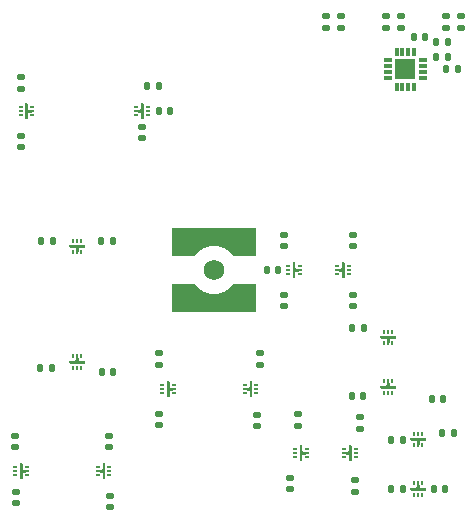
<source format=gtp>
G04 #@! TF.GenerationSoftware,KiCad,Pcbnew,(6.0.2)*
G04 #@! TF.CreationDate,2023-11-23T16:59:36-08:00*
G04 #@! TF.ProjectId,phase_shifter_v1,70686173-655f-4736-9869-667465725f76,rev?*
G04 #@! TF.SameCoordinates,Original*
G04 #@! TF.FileFunction,Paste,Top*
G04 #@! TF.FilePolarity,Positive*
%FSLAX46Y46*%
G04 Gerber Fmt 4.6, Leading zero omitted, Abs format (unit mm)*
G04 Created by KiCad (PCBNEW (6.0.2)) date 2023-11-23 16:59:36*
%MOMM*%
%LPD*%
G01*
G04 APERTURE LIST*
G04 Aperture macros list*
%AMRoundRect*
0 Rectangle with rounded corners*
0 $1 Rounding radius*
0 $2 $3 $4 $5 $6 $7 $8 $9 X,Y pos of 4 corners*
0 Add a 4 corners polygon primitive as box body*
4,1,4,$2,$3,$4,$5,$6,$7,$8,$9,$2,$3,0*
0 Add four circle primitives for the rounded corners*
1,1,$1+$1,$2,$3*
1,1,$1+$1,$4,$5*
1,1,$1+$1,$6,$7*
1,1,$1+$1,$8,$9*
0 Add four rect primitives between the rounded corners*
20,1,$1+$1,$2,$3,$4,$5,0*
20,1,$1+$1,$4,$5,$6,$7,0*
20,1,$1+$1,$6,$7,$8,$9,0*
20,1,$1+$1,$8,$9,$2,$3,0*%
%AMFreePoly0*
4,1,15,0.575000,0.250000,0.605000,0.220000,0.605000,-0.220000,0.575000,-0.250000,0.575000,-0.640000,0.395000,-0.640000,0.395000,-0.210000,0.265000,-0.075000,-0.165000,-0.075000,-0.165000,0.075000,0.265000,0.075000,0.395000,0.210000,0.395000,0.640000,0.575000,0.640000,0.575000,0.250000,0.575000,0.250000,$1*%
%AMFreePoly1*
4,1,25,-1.500000,1.420000,-1.360000,1.280000,-1.205000,1.155000,-1.035000,1.045000,-0.860000,0.950000,-0.675000,0.875000,-0.480000,0.820000,-0.280000,0.780000,-0.085000,0.765000,0.085000,0.765000,0.280000,0.780000,0.480000,0.820000,0.675000,0.875000,0.860000,0.950000,1.035000,1.045000,1.205000,1.155000,1.360000,1.280000,1.500000,1.420000,1.645000,1.595000,3.555000,1.595000,
3.555000,-0.755000,-3.555000,-0.755000,-3.555000,1.595000,-1.645000,1.595000,-1.500000,1.420000,-1.500000,1.420000,$1*%
G04 Aperture macros list end*
%ADD10C,0.010000*%
%ADD11RoundRect,0.140000X-0.170000X0.140000X-0.170000X-0.140000X0.170000X-0.140000X0.170000X0.140000X0*%
%ADD12R,0.330000X0.150000*%
%ADD13FreePoly0,180.000000*%
%ADD14RoundRect,0.140000X0.140000X0.170000X-0.140000X0.170000X-0.140000X-0.170000X0.140000X-0.170000X0*%
%ADD15R,0.150000X0.330000*%
%ADD16FreePoly0,90.000000*%
%ADD17RoundRect,0.140000X0.170000X-0.140000X0.170000X0.140000X-0.170000X0.140000X-0.170000X-0.140000X0*%
%ADD18FreePoly0,0.000000*%
%ADD19FreePoly0,270.000000*%
%ADD20RoundRect,0.140000X-0.140000X-0.170000X0.140000X-0.170000X0.140000X0.170000X-0.140000X0.170000X0*%
%ADD21RoundRect,0.135000X0.135000X0.185000X-0.135000X0.185000X-0.135000X-0.185000X0.135000X-0.185000X0*%
%ADD22RoundRect,0.135000X0.185000X-0.135000X0.185000X0.135000X-0.185000X0.135000X-0.185000X-0.135000X0*%
%ADD23R,0.800000X0.300000*%
%ADD24R,0.300000X0.800000*%
%ADD25R,1.750000X1.750000*%
%ADD26C,1.730000*%
%ADD27FreePoly1,0.000000*%
%ADD28FreePoly1,180.000000*%
G04 APERTURE END LIST*
D10*
X162324999Y-93060001D02*
X162324999Y-91860001D01*
X162324999Y-91860001D02*
X162424999Y-91860001D01*
X162424999Y-91860001D02*
X162424999Y-93060001D01*
X162424999Y-93060001D02*
X162324999Y-93060001D01*
G36*
X162424999Y-93060001D02*
G01*
X162324999Y-93060001D01*
X162324999Y-91860001D01*
X162424999Y-91860001D01*
X162424999Y-93060001D01*
G37*
X162424999Y-93060001D02*
X162324999Y-93060001D01*
X162324999Y-91860001D01*
X162424999Y-91860001D01*
X162424999Y-93060001D01*
X162424999Y-92535001D02*
X162424999Y-92385001D01*
X162424999Y-92385001D02*
X162699999Y-92385001D01*
X162699999Y-92385001D02*
X162699999Y-92535001D01*
X162699999Y-92535001D02*
X162424999Y-92535001D01*
G36*
X162699999Y-92535001D02*
G01*
X162424999Y-92535001D01*
X162424999Y-92385001D01*
X162699999Y-92385001D01*
X162699999Y-92535001D01*
G37*
X162699999Y-92535001D02*
X162424999Y-92535001D01*
X162424999Y-92385001D01*
X162699999Y-92385001D01*
X162699999Y-92535001D01*
X143325000Y-75050000D02*
X143475000Y-75050000D01*
X143475000Y-75050000D02*
X143475000Y-75325000D01*
X143475000Y-75325000D02*
X143325000Y-75325000D01*
X143325000Y-75325000D02*
X143325000Y-75050000D01*
G36*
X143475000Y-75325000D02*
G01*
X143325000Y-75325000D01*
X143325000Y-75050000D01*
X143475000Y-75050000D01*
X143475000Y-75325000D01*
G37*
X143475000Y-75325000D02*
X143325000Y-75325000D01*
X143325000Y-75050000D01*
X143475000Y-75050000D01*
X143475000Y-75325000D01*
X142800000Y-74950000D02*
X144000000Y-74950000D01*
X144000000Y-74950000D02*
X144000000Y-75050000D01*
X144000000Y-75050000D02*
X142800000Y-75050000D01*
X142800000Y-75050000D02*
X142800000Y-74950000D01*
G36*
X144000000Y-75050000D02*
G01*
X142800000Y-75050000D01*
X142800000Y-74950000D01*
X144000000Y-74950000D01*
X144000000Y-75050000D01*
G37*
X144000000Y-75050000D02*
X142800000Y-75050000D01*
X142800000Y-74950000D01*
X144000000Y-74950000D01*
X144000000Y-75050000D01*
X171725000Y-91290000D02*
X172925000Y-91290000D01*
X172925000Y-91290000D02*
X172925000Y-91390000D01*
X172925000Y-91390000D02*
X171725000Y-91390000D01*
X171725000Y-91390000D02*
X171725000Y-91290000D01*
G36*
X172925000Y-91390000D02*
G01*
X171725000Y-91390000D01*
X171725000Y-91290000D01*
X172925000Y-91290000D01*
X172925000Y-91390000D01*
G37*
X172925000Y-91390000D02*
X171725000Y-91390000D01*
X171725000Y-91290000D01*
X172925000Y-91290000D01*
X172925000Y-91390000D01*
X172250000Y-91390000D02*
X172400000Y-91390000D01*
X172400000Y-91390000D02*
X172400000Y-91665000D01*
X172400000Y-91665000D02*
X172250000Y-91665000D01*
X172250000Y-91665000D02*
X172250000Y-91390000D01*
G36*
X172400000Y-91665000D02*
G01*
X172250000Y-91665000D01*
X172250000Y-91390000D01*
X172400000Y-91390000D01*
X172400000Y-91665000D01*
G37*
X172400000Y-91665000D02*
X172250000Y-91665000D01*
X172250000Y-91390000D01*
X172400000Y-91390000D01*
X172400000Y-91665000D01*
X145710000Y-93375000D02*
X145710000Y-94575000D01*
X145710000Y-94575000D02*
X145610000Y-94575000D01*
X145610000Y-94575000D02*
X145610000Y-93375000D01*
X145610000Y-93375000D02*
X145710000Y-93375000D01*
G36*
X145710000Y-94575000D02*
G01*
X145610000Y-94575000D01*
X145610000Y-93375000D01*
X145710000Y-93375000D01*
X145710000Y-94575000D01*
G37*
X145710000Y-94575000D02*
X145610000Y-94575000D01*
X145610000Y-93375000D01*
X145710000Y-93375000D01*
X145710000Y-94575000D01*
X145610000Y-93900000D02*
X145610000Y-94050000D01*
X145610000Y-94050000D02*
X145335000Y-94050000D01*
X145335000Y-94050000D02*
X145335000Y-93900000D01*
X145335000Y-93900000D02*
X145610000Y-93900000D01*
G36*
X145610000Y-94050000D02*
G01*
X145335000Y-94050000D01*
X145335000Y-93900000D01*
X145610000Y-93900000D01*
X145610000Y-94050000D01*
G37*
X145610000Y-94050000D02*
X145335000Y-94050000D01*
X145335000Y-93900000D01*
X145610000Y-93900000D01*
X145610000Y-94050000D01*
X138640000Y-94575000D02*
X138640000Y-93375000D01*
X138640000Y-93375000D02*
X138740000Y-93375000D01*
X138740000Y-93375000D02*
X138740000Y-94575000D01*
X138740000Y-94575000D02*
X138640000Y-94575000D01*
G36*
X138740000Y-94575000D02*
G01*
X138640000Y-94575000D01*
X138640000Y-93375000D01*
X138740000Y-93375000D01*
X138740000Y-94575000D01*
G37*
X138740000Y-94575000D02*
X138640000Y-94575000D01*
X138640000Y-93375000D01*
X138740000Y-93375000D01*
X138740000Y-94575000D01*
X138740000Y-94050000D02*
X138740000Y-93900000D01*
X138740000Y-93900000D02*
X139015000Y-93900000D01*
X139015000Y-93900000D02*
X139015000Y-94050000D01*
X139015000Y-94050000D02*
X138740000Y-94050000D01*
G36*
X139015000Y-94050000D02*
G01*
X138740000Y-94050000D01*
X138740000Y-93900000D01*
X139015000Y-93900000D01*
X139015000Y-94050000D01*
G37*
X139015000Y-94050000D02*
X138740000Y-94050000D01*
X138740000Y-93900000D01*
X139015000Y-93900000D01*
X139015000Y-94050000D01*
X172400000Y-95460000D02*
X172250000Y-95460000D01*
X172250000Y-95460000D02*
X172250000Y-95185000D01*
X172250000Y-95185000D02*
X172400000Y-95185000D01*
X172400000Y-95185000D02*
X172400000Y-95460000D01*
G36*
X172400000Y-95460000D02*
G01*
X172250000Y-95460000D01*
X172250000Y-95185000D01*
X172400000Y-95185000D01*
X172400000Y-95460000D01*
G37*
X172400000Y-95460000D02*
X172250000Y-95460000D01*
X172250000Y-95185000D01*
X172400000Y-95185000D01*
X172400000Y-95460000D01*
X172925000Y-95560000D02*
X171725000Y-95560000D01*
X171725000Y-95560000D02*
X171725000Y-95460000D01*
X171725000Y-95460000D02*
X172925000Y-95460000D01*
X172925000Y-95460000D02*
X172925000Y-95560000D01*
G36*
X172925000Y-95560000D02*
G01*
X171725000Y-95560000D01*
X171725000Y-95460000D01*
X172925000Y-95460000D01*
X172925000Y-95560000D01*
G37*
X172925000Y-95560000D02*
X171725000Y-95560000D01*
X171725000Y-95460000D01*
X172925000Y-95460000D01*
X172925000Y-95560000D01*
X151190000Y-87130001D02*
X151190000Y-86980001D01*
X151190000Y-86980001D02*
X151465000Y-86980001D01*
X151465000Y-86980001D02*
X151465000Y-87130001D01*
X151465000Y-87130001D02*
X151190000Y-87130001D01*
G36*
X151465000Y-87130001D02*
G01*
X151190000Y-87130001D01*
X151190000Y-86980001D01*
X151465000Y-86980001D01*
X151465000Y-87130001D01*
G37*
X151465000Y-87130001D02*
X151190000Y-87130001D01*
X151190000Y-86980001D01*
X151465000Y-86980001D01*
X151465000Y-87130001D01*
X151090000Y-87655001D02*
X151090000Y-86455001D01*
X151090000Y-86455001D02*
X151190000Y-86455001D01*
X151190000Y-86455001D02*
X151190000Y-87655001D01*
X151190000Y-87655001D02*
X151090000Y-87655001D01*
G36*
X151190000Y-87655001D02*
G01*
X151090000Y-87655001D01*
X151090000Y-86455001D01*
X151190000Y-86455001D01*
X151190000Y-87655001D01*
G37*
X151190000Y-87655001D02*
X151090000Y-87655001D01*
X151090000Y-86455001D01*
X151190000Y-86455001D01*
X151190000Y-87655001D01*
X165905000Y-76925000D02*
X165905000Y-77075000D01*
X165905000Y-77075000D02*
X165630000Y-77075000D01*
X165630000Y-77075000D02*
X165630000Y-76925000D01*
X165630000Y-76925000D02*
X165905000Y-76925000D01*
G36*
X165905000Y-77075000D02*
G01*
X165630000Y-77075000D01*
X165630000Y-76925000D01*
X165905000Y-76925000D01*
X165905000Y-77075000D01*
G37*
X165905000Y-77075000D02*
X165630000Y-77075000D01*
X165630000Y-76925000D01*
X165905000Y-76925000D01*
X165905000Y-77075000D01*
X166005000Y-76400000D02*
X166005000Y-77600000D01*
X166005000Y-77600000D02*
X165905000Y-77600000D01*
X165905000Y-77600000D02*
X165905000Y-76400000D01*
X165905000Y-76400000D02*
X166005000Y-76400000D01*
G36*
X166005000Y-77600000D02*
G01*
X165905000Y-77600000D01*
X165905000Y-76400000D01*
X166005000Y-76400000D01*
X166005000Y-77600000D01*
G37*
X166005000Y-77600000D02*
X165905000Y-77600000D01*
X165905000Y-76400000D01*
X166005000Y-76400000D01*
X166005000Y-77600000D01*
X169825000Y-86820000D02*
X169675000Y-86820000D01*
X169675000Y-86820000D02*
X169675000Y-86545000D01*
X169675000Y-86545000D02*
X169825000Y-86545000D01*
X169825000Y-86545000D02*
X169825000Y-86820000D01*
G36*
X169825000Y-86820000D02*
G01*
X169675000Y-86820000D01*
X169675000Y-86545000D01*
X169825000Y-86545000D01*
X169825000Y-86820000D01*
G37*
X169825000Y-86820000D02*
X169675000Y-86820000D01*
X169675000Y-86545000D01*
X169825000Y-86545000D01*
X169825000Y-86820000D01*
X170350000Y-86920000D02*
X169150000Y-86920000D01*
X169150000Y-86920000D02*
X169150000Y-86820000D01*
X169150000Y-86820000D02*
X170350000Y-86820000D01*
X170350000Y-86820000D02*
X170350000Y-86920000D01*
G36*
X170350000Y-86920000D02*
G01*
X169150000Y-86920000D01*
X169150000Y-86820000D01*
X170350000Y-86820000D01*
X170350000Y-86920000D01*
G37*
X170350000Y-86920000D02*
X169150000Y-86920000D01*
X169150000Y-86820000D01*
X170350000Y-86820000D01*
X170350000Y-86920000D01*
X169150000Y-82650000D02*
X170350000Y-82650000D01*
X170350000Y-82650000D02*
X170350000Y-82750000D01*
X170350000Y-82750000D02*
X169150000Y-82750000D01*
X169150000Y-82750000D02*
X169150000Y-82650000D01*
G36*
X170350000Y-82750000D02*
G01*
X169150000Y-82750000D01*
X169150000Y-82650000D01*
X170350000Y-82650000D01*
X170350000Y-82750000D01*
G37*
X170350000Y-82750000D02*
X169150000Y-82750000D01*
X169150000Y-82650000D01*
X170350000Y-82650000D01*
X170350000Y-82750000D01*
X169675000Y-82750000D02*
X169825000Y-82750000D01*
X169825000Y-82750000D02*
X169825000Y-83025000D01*
X169825000Y-83025000D02*
X169675000Y-83025000D01*
X169675000Y-83025000D02*
X169675000Y-82750000D01*
G36*
X169825000Y-83025000D02*
G01*
X169675000Y-83025000D01*
X169675000Y-82750000D01*
X169825000Y-82750000D01*
X169825000Y-83025000D01*
G37*
X169825000Y-83025000D02*
X169675000Y-83025000D01*
X169675000Y-82750000D01*
X169825000Y-82750000D01*
X169825000Y-83025000D01*
X148885244Y-63425244D02*
X148885244Y-63575244D01*
X148885244Y-63575244D02*
X148610244Y-63575244D01*
X148610244Y-63575244D02*
X148610244Y-63425244D01*
X148610244Y-63425244D02*
X148885244Y-63425244D01*
G36*
X148885244Y-63575244D02*
G01*
X148610244Y-63575244D01*
X148610244Y-63425244D01*
X148885244Y-63425244D01*
X148885244Y-63575244D01*
G37*
X148885244Y-63575244D02*
X148610244Y-63575244D01*
X148610244Y-63425244D01*
X148885244Y-63425244D01*
X148885244Y-63575244D01*
X148985244Y-62900244D02*
X148985244Y-64100244D01*
X148985244Y-64100244D02*
X148885244Y-64100244D01*
X148885244Y-64100244D02*
X148885244Y-62900244D01*
X148885244Y-62900244D02*
X148985244Y-62900244D01*
G36*
X148985244Y-64100244D02*
G01*
X148885244Y-64100244D01*
X148885244Y-62900244D01*
X148985244Y-62900244D01*
X148985244Y-64100244D01*
G37*
X148985244Y-64100244D02*
X148885244Y-64100244D01*
X148885244Y-62900244D01*
X148985244Y-62900244D01*
X148985244Y-64100244D01*
X161735000Y-77600000D02*
X161735000Y-76400000D01*
X161735000Y-76400000D02*
X161835000Y-76400000D01*
X161835000Y-76400000D02*
X161835000Y-77600000D01*
X161835000Y-77600000D02*
X161735000Y-77600000D01*
G36*
X161835000Y-77600000D02*
G01*
X161735000Y-77600000D01*
X161735000Y-76400000D01*
X161835000Y-76400000D01*
X161835000Y-77600000D01*
G37*
X161835000Y-77600000D02*
X161735000Y-77600000D01*
X161735000Y-76400000D01*
X161835000Y-76400000D01*
X161835000Y-77600000D01*
X161835000Y-77075000D02*
X161835000Y-76925000D01*
X161835000Y-76925000D02*
X162110000Y-76925000D01*
X162110000Y-76925000D02*
X162110000Y-77075000D01*
X162110000Y-77075000D02*
X161835000Y-77075000D01*
G36*
X162110000Y-77075000D02*
G01*
X161835000Y-77075000D01*
X161835000Y-76925000D01*
X162110000Y-76925000D01*
X162110000Y-77075000D01*
G37*
X162110000Y-77075000D02*
X161835000Y-77075000D01*
X161835000Y-76925000D01*
X162110000Y-76925000D01*
X162110000Y-77075000D01*
X139115244Y-64100244D02*
X139115244Y-62900244D01*
X139115244Y-62900244D02*
X139215244Y-62900244D01*
X139215244Y-62900244D02*
X139215244Y-64100244D01*
X139215244Y-64100244D02*
X139115244Y-64100244D01*
G36*
X139215244Y-64100244D02*
G01*
X139115244Y-64100244D01*
X139115244Y-62900244D01*
X139215244Y-62900244D01*
X139215244Y-64100244D01*
G37*
X139215244Y-64100244D02*
X139115244Y-64100244D01*
X139115244Y-62900244D01*
X139215244Y-62900244D01*
X139215244Y-64100244D01*
X139215244Y-63575244D02*
X139215244Y-63425244D01*
X139215244Y-63425244D02*
X139490244Y-63425244D01*
X139490244Y-63425244D02*
X139490244Y-63575244D01*
X139490244Y-63575244D02*
X139215244Y-63575244D01*
G36*
X139490244Y-63575244D02*
G01*
X139215244Y-63575244D01*
X139215244Y-63425244D01*
X139490244Y-63425244D01*
X139490244Y-63575244D01*
G37*
X139490244Y-63575244D02*
X139215244Y-63575244D01*
X139215244Y-63425244D01*
X139490244Y-63425244D01*
X139490244Y-63575244D01*
X158060000Y-86980001D02*
X158060000Y-87130001D01*
X158060000Y-87130001D02*
X157785000Y-87130001D01*
X157785000Y-87130001D02*
X157785000Y-86980001D01*
X157785000Y-86980001D02*
X158060000Y-86980001D01*
G36*
X158060000Y-87130001D02*
G01*
X157785000Y-87130001D01*
X157785000Y-86980001D01*
X158060000Y-86980001D01*
X158060000Y-87130001D01*
G37*
X158060000Y-87130001D02*
X157785000Y-87130001D01*
X157785000Y-86980001D01*
X158060000Y-86980001D01*
X158060000Y-87130001D01*
X158160000Y-86455001D02*
X158160000Y-87655001D01*
X158160000Y-87655001D02*
X158060000Y-87655001D01*
X158060000Y-87655001D02*
X158060000Y-86455001D01*
X158060000Y-86455001D02*
X158160000Y-86455001D01*
G36*
X158160000Y-87655001D02*
G01*
X158060000Y-87655001D01*
X158060000Y-86455001D01*
X158160000Y-86455001D01*
X158160000Y-87655001D01*
G37*
X158160000Y-87655001D02*
X158060000Y-87655001D01*
X158060000Y-86455001D01*
X158160000Y-86455001D01*
X158160000Y-87655001D01*
X166494999Y-92385001D02*
X166494999Y-92535001D01*
X166494999Y-92535001D02*
X166219999Y-92535001D01*
X166219999Y-92535001D02*
X166219999Y-92385001D01*
X166219999Y-92385001D02*
X166494999Y-92385001D01*
G36*
X166494999Y-92535001D02*
G01*
X166219999Y-92535001D01*
X166219999Y-92385001D01*
X166494999Y-92385001D01*
X166494999Y-92535001D01*
G37*
X166494999Y-92535001D02*
X166219999Y-92535001D01*
X166219999Y-92385001D01*
X166494999Y-92385001D01*
X166494999Y-92535001D01*
X166594999Y-91860001D02*
X166594999Y-93060001D01*
X166594999Y-93060001D02*
X166494999Y-93060001D01*
X166494999Y-93060001D02*
X166494999Y-91860001D01*
X166494999Y-91860001D02*
X166594999Y-91860001D01*
G36*
X166594999Y-93060001D02*
G01*
X166494999Y-93060001D01*
X166494999Y-91860001D01*
X166594999Y-91860001D01*
X166594999Y-93060001D01*
G37*
X166594999Y-93060001D02*
X166494999Y-93060001D01*
X166494999Y-91860001D01*
X166594999Y-91860001D01*
X166594999Y-93060001D01*
X143475000Y-84720000D02*
X143325000Y-84720000D01*
X143325000Y-84720000D02*
X143325000Y-84445000D01*
X143325000Y-84445000D02*
X143475000Y-84445000D01*
X143475000Y-84445000D02*
X143475000Y-84720000D01*
G36*
X143475000Y-84720000D02*
G01*
X143325000Y-84720000D01*
X143325000Y-84445000D01*
X143475000Y-84445000D01*
X143475000Y-84720000D01*
G37*
X143475000Y-84720000D02*
X143325000Y-84720000D01*
X143325000Y-84445000D01*
X143475000Y-84445000D01*
X143475000Y-84720000D01*
X144000000Y-84820000D02*
X142800000Y-84820000D01*
X142800000Y-84820000D02*
X142800000Y-84720000D01*
X142800000Y-84720000D02*
X144000000Y-84720000D01*
X144000000Y-84720000D02*
X144000000Y-84820000D01*
G36*
X144000000Y-84820000D02*
G01*
X142800000Y-84820000D01*
X142800000Y-84720000D01*
X144000000Y-84720000D01*
X144000000Y-84820000D01*
G37*
X144000000Y-84820000D02*
X142800000Y-84820000D01*
X142800000Y-84720000D01*
X144000000Y-84720000D01*
X144000000Y-84820000D01*
D11*
X158640000Y-89220000D03*
X158640000Y-90180000D03*
X146200000Y-96095000D03*
X146200000Y-97055000D03*
X160975000Y-79070000D03*
X160975000Y-80030000D03*
D12*
X162859999Y-92810001D03*
D13*
X162859999Y-92460001D03*
D12*
X162859999Y-92110001D03*
X161889999Y-92110001D03*
X161889999Y-92460001D03*
X161889999Y-92810001D03*
D14*
X151330000Y-63500000D03*
X150370000Y-63500000D03*
D15*
X143050000Y-75485000D03*
D16*
X143400000Y-75485000D03*
D15*
X143750000Y-75485000D03*
X143750000Y-74515000D03*
X143400000Y-74515000D03*
X143050000Y-74515000D03*
D14*
X171005000Y-91340000D03*
X170045000Y-91340000D03*
D17*
X166775000Y-74930000D03*
X166775000Y-73970000D03*
D15*
X171975000Y-91825000D03*
D16*
X172325000Y-91825000D03*
D15*
X172675000Y-91825000D03*
X172675000Y-90855000D03*
X172325000Y-90855000D03*
X171975000Y-90855000D03*
D17*
X138675000Y-61605000D03*
X138675000Y-60645000D03*
D14*
X141280000Y-85225000D03*
X140320000Y-85225000D03*
D12*
X145175000Y-93625000D03*
D18*
X145175000Y-93975000D03*
D12*
X145175000Y-94325000D03*
X146145000Y-94325000D03*
X146145000Y-93975000D03*
X146145000Y-93625000D03*
X139175000Y-94325000D03*
D13*
X139175000Y-93975000D03*
D12*
X139175000Y-93625000D03*
X138205000Y-93625000D03*
X138205000Y-93975000D03*
X138205000Y-94325000D03*
D15*
X172675000Y-95025000D03*
D19*
X172325000Y-95025000D03*
D15*
X171975000Y-95025000D03*
X171975000Y-95995000D03*
X172325000Y-95995000D03*
X172675000Y-95995000D03*
D20*
X145495000Y-74475000D03*
X146455000Y-74475000D03*
D21*
X174835000Y-58975000D03*
X173815000Y-58975000D03*
D22*
X164525000Y-56460000D03*
X164525000Y-55440000D03*
D11*
X161425000Y-94545000D03*
X161425000Y-95505000D03*
D14*
X167680000Y-81900000D03*
X166720000Y-81900000D03*
D17*
X146125000Y-91950000D03*
X146125000Y-90990000D03*
D22*
X169600000Y-56460000D03*
X169600000Y-55440000D03*
D20*
X145520000Y-85575000D03*
X146480000Y-85575000D03*
D12*
X151625000Y-87405001D03*
D13*
X151625000Y-87055001D03*
D12*
X151625000Y-86705001D03*
X150655000Y-86705001D03*
X150655000Y-87055001D03*
X150655000Y-87405001D03*
D11*
X148935244Y-64820244D03*
X148935244Y-65780244D03*
D20*
X173470000Y-87900000D03*
X174430000Y-87900000D03*
D22*
X175975000Y-56460000D03*
X175975000Y-55440000D03*
D21*
X174835000Y-57700000D03*
X173815000Y-57700000D03*
D17*
X160975000Y-74930000D03*
X160975000Y-73970000D03*
D12*
X165470000Y-76650000D03*
D18*
X165470000Y-77000000D03*
D12*
X165470000Y-77350000D03*
X166440000Y-77350000D03*
X166440000Y-77000000D03*
X166440000Y-76650000D03*
D23*
X169725000Y-59225000D03*
X169725000Y-59725000D03*
X169725000Y-60225000D03*
X169725000Y-60725000D03*
D24*
X170475000Y-61475000D03*
X170975000Y-61475000D03*
X171475000Y-61475000D03*
X171975000Y-61475000D03*
D23*
X172725000Y-60725000D03*
X172725000Y-60225000D03*
X172725000Y-59725000D03*
X172725000Y-59225000D03*
D24*
X171975000Y-58475000D03*
X171475000Y-58475000D03*
X170975000Y-58475000D03*
X170475000Y-58475000D03*
D25*
X171225000Y-59975000D03*
D22*
X170875000Y-56460000D03*
X170875000Y-55440000D03*
D20*
X173645000Y-95510000D03*
X174605000Y-95510000D03*
D15*
X170100000Y-86385000D03*
D19*
X169750000Y-86385000D03*
D15*
X169400000Y-86385000D03*
X169400000Y-87355000D03*
X169750000Y-87355000D03*
X170100000Y-87355000D03*
D14*
X171005000Y-95510000D03*
X170045000Y-95510000D03*
D21*
X175660000Y-59925000D03*
X174640000Y-59925000D03*
D20*
X174345000Y-90800000D03*
X175305000Y-90800000D03*
D11*
X138650000Y-65620000D03*
X138650000Y-66580000D03*
D17*
X158900000Y-84980000D03*
X158900000Y-84020000D03*
D20*
X171920000Y-57200000D03*
X172880000Y-57200000D03*
D15*
X169400000Y-83185000D03*
D16*
X169750000Y-83185000D03*
D15*
X170100000Y-83185000D03*
X170100000Y-82215000D03*
X169750000Y-82215000D03*
X169400000Y-82215000D03*
D12*
X148450244Y-63150244D03*
D18*
X148450244Y-63500244D03*
D12*
X148450244Y-63850244D03*
X149420244Y-63850244D03*
X149420244Y-63500244D03*
X149420244Y-63150244D03*
X162270000Y-77350000D03*
D13*
X162270000Y-77000000D03*
D12*
X162270000Y-76650000D03*
X161300000Y-76650000D03*
X161300000Y-77000000D03*
X161300000Y-77350000D03*
D14*
X167655000Y-87675000D03*
X166695000Y-87675000D03*
D11*
X166750000Y-79070000D03*
X166750000Y-80030000D03*
D12*
X139650244Y-63850244D03*
D13*
X139650244Y-63500244D03*
D12*
X139650244Y-63150244D03*
X138680244Y-63150244D03*
X138680244Y-63500244D03*
X138680244Y-63850244D03*
X157625000Y-86705001D03*
D18*
X157625000Y-87055001D03*
D12*
X157625000Y-87405001D03*
X158595000Y-87405001D03*
X158595000Y-87055001D03*
X158595000Y-86705001D03*
D17*
X167350000Y-90405000D03*
X167350000Y-89445000D03*
D11*
X138225000Y-95770000D03*
X138225000Y-96730000D03*
D20*
X149370000Y-61375000D03*
X150330000Y-61375000D03*
D12*
X166059999Y-92110001D03*
D18*
X166059999Y-92460001D03*
D12*
X166059999Y-92810001D03*
X167029999Y-92810001D03*
X167029999Y-92460001D03*
X167029999Y-92110001D03*
D11*
X166950000Y-94775000D03*
X166950000Y-95735000D03*
D22*
X174675000Y-56460000D03*
X174675000Y-55440000D03*
D20*
X159520000Y-77000000D03*
X160480000Y-77000000D03*
D26*
X155000000Y-77000000D03*
D27*
X155000000Y-79800000D03*
D28*
X155000000Y-74200000D03*
D15*
X143750000Y-84285000D03*
D19*
X143400000Y-84285000D03*
D15*
X143050000Y-84285000D03*
X143050000Y-85255000D03*
X143400000Y-85255000D03*
X143750000Y-85255000D03*
D17*
X138175000Y-91955000D03*
X138175000Y-90995000D03*
D14*
X141355000Y-74500000D03*
X140395000Y-74500000D03*
D17*
X162150000Y-90155000D03*
X162150000Y-89195000D03*
X150350000Y-84980000D03*
X150350000Y-84020000D03*
D11*
X150350000Y-89145000D03*
X150350000Y-90105000D03*
D22*
X165775000Y-56460000D03*
X165775000Y-55440000D03*
M02*

</source>
